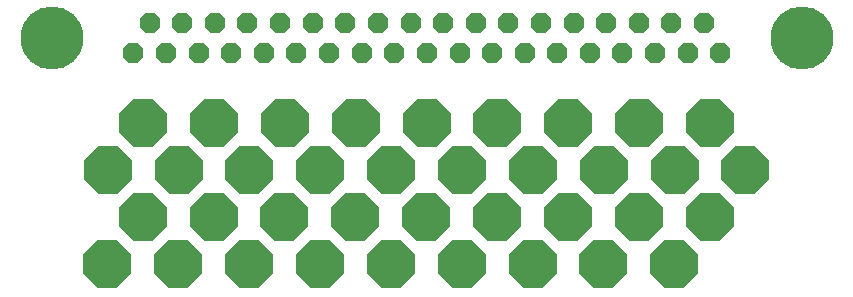
<source format=gts>
G75*
%MOIN*%
%OFA0B0*%
%FSLAX25Y25*%
%IPPOS*%
%LPD*%
%AMOC8*
5,1,8,0,0,1.08239X$1,22.5*
%
%ADD10OC8,0.06984*%
%ADD11C,0.20984*%
%ADD12OC8,0.15984*%
D10*
X0196488Y0097161D03*
X0207388Y0097161D03*
X0218188Y0097161D03*
X0229088Y0097161D03*
X0239988Y0097161D03*
X0250788Y0097161D03*
X0261688Y0097161D03*
X0272588Y0097161D03*
X0283388Y0097161D03*
X0294288Y0097161D03*
X0305188Y0097161D03*
X0315988Y0097161D03*
X0326888Y0097161D03*
X0337788Y0097161D03*
X0348688Y0097161D03*
X0359488Y0097161D03*
X0370388Y0097161D03*
X0381288Y0097161D03*
X0392088Y0097161D03*
X0386688Y0107161D03*
X0375788Y0107161D03*
X0364988Y0107161D03*
X0354088Y0107161D03*
X0343188Y0107161D03*
X0332388Y0107161D03*
X0321488Y0107161D03*
X0310588Y0107161D03*
X0299688Y0107161D03*
X0288888Y0107161D03*
X0277988Y0107161D03*
X0267088Y0107161D03*
X0256288Y0107161D03*
X0245388Y0107161D03*
X0234488Y0107161D03*
X0223688Y0107161D03*
X0212788Y0107161D03*
X0201888Y0107161D03*
D11*
X0169288Y0102161D03*
X0419288Y0102161D03*
D12*
X0187792Y0026846D03*
X0211414Y0026846D03*
X0235036Y0026846D03*
X0258658Y0026846D03*
X0282280Y0026846D03*
X0305902Y0026846D03*
X0329524Y0026846D03*
X0353146Y0026846D03*
X0376768Y0026846D03*
X0364957Y0042594D03*
X0341335Y0042594D03*
X0317713Y0042594D03*
X0294091Y0042594D03*
X0270469Y0042594D03*
X0246847Y0042594D03*
X0223225Y0042594D03*
X0199603Y0042594D03*
X0187910Y0058185D03*
X0211532Y0058185D03*
X0235154Y0058185D03*
X0258776Y0058185D03*
X0282398Y0058185D03*
X0306020Y0058185D03*
X0329642Y0058185D03*
X0353264Y0058185D03*
X0376886Y0058185D03*
X0400509Y0058185D03*
X0388579Y0042594D03*
X0388698Y0073933D03*
X0365075Y0073933D03*
X0341453Y0073933D03*
X0317831Y0073933D03*
X0294209Y0073933D03*
X0270587Y0073933D03*
X0246965Y0073933D03*
X0223343Y0073933D03*
X0199721Y0073933D03*
M02*

</source>
